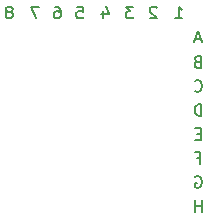
<source format=gbo>
G04 #@! TF.GenerationSoftware,KiCad,Pcbnew,6.0.10-86aedd382b~118~ubuntu22.04.1*
G04 #@! TF.CreationDate,2023-02-01T12:07:48+01:00*
G04 #@! TF.ProjectId,rpcube,72706375-6265-42e6-9b69-6361645f7063,rev?*
G04 #@! TF.SameCoordinates,Original*
G04 #@! TF.FileFunction,Legend,Bot*
G04 #@! TF.FilePolarity,Positive*
%FSLAX46Y46*%
G04 Gerber Fmt 4.6, Leading zero omitted, Abs format (unit mm)*
G04 Created by KiCad (PCBNEW 6.0.10-86aedd382b~118~ubuntu22.04.1) date 2023-02-01 12:07:48*
%MOMM*%
%LPD*%
G01*
G04 APERTURE LIST*
%ADD10C,0.150000*%
%ADD11C,1.000000*%
G04 APERTURE END LIST*
D10*
X85153523Y-58205714D02*
X85153523Y-58872380D01*
X85391619Y-57824761D02*
X85629714Y-58539047D01*
X85010666Y-58539047D01*
X92956095Y-72271000D02*
X93051333Y-72223380D01*
X93194190Y-72223380D01*
X93337047Y-72271000D01*
X93432285Y-72366238D01*
X93479904Y-72461476D01*
X93527523Y-72651952D01*
X93527523Y-72794809D01*
X93479904Y-72985285D01*
X93432285Y-73080523D01*
X93337047Y-73175761D01*
X93194190Y-73223380D01*
X93098952Y-73223380D01*
X92956095Y-73175761D01*
X92908476Y-73128142D01*
X92908476Y-72794809D01*
X93098952Y-72794809D01*
X77311238Y-58300952D02*
X77406476Y-58253333D01*
X77454095Y-58205714D01*
X77501714Y-58110476D01*
X77501714Y-58062857D01*
X77454095Y-57967619D01*
X77406476Y-57920000D01*
X77311238Y-57872380D01*
X77120761Y-57872380D01*
X77025523Y-57920000D01*
X76977904Y-57967619D01*
X76930285Y-58062857D01*
X76930285Y-58110476D01*
X76977904Y-58205714D01*
X77025523Y-58253333D01*
X77120761Y-58300952D01*
X77311238Y-58300952D01*
X77406476Y-58348571D01*
X77454095Y-58396190D01*
X77501714Y-58491428D01*
X77501714Y-58681904D01*
X77454095Y-58777142D01*
X77406476Y-58824761D01*
X77311238Y-58872380D01*
X77120761Y-58872380D01*
X77025523Y-58824761D01*
X76977904Y-58777142D01*
X76930285Y-58681904D01*
X76930285Y-58491428D01*
X76977904Y-58396190D01*
X77025523Y-58348571D01*
X77120761Y-58300952D01*
X82946904Y-57872380D02*
X83423095Y-57872380D01*
X83470714Y-58348571D01*
X83423095Y-58300952D01*
X83327857Y-58253333D01*
X83089761Y-58253333D01*
X82994523Y-58300952D01*
X82946904Y-58348571D01*
X82899285Y-58443809D01*
X82899285Y-58681904D01*
X82946904Y-58777142D01*
X82994523Y-58824761D01*
X83089761Y-58872380D01*
X83327857Y-58872380D01*
X83423095Y-58824761D01*
X83470714Y-58777142D01*
X87709333Y-57872380D02*
X87090285Y-57872380D01*
X87423619Y-58253333D01*
X87280761Y-58253333D01*
X87185523Y-58300952D01*
X87137904Y-58348571D01*
X87090285Y-58443809D01*
X87090285Y-58681904D01*
X87137904Y-58777142D01*
X87185523Y-58824761D01*
X87280761Y-58872380D01*
X87566476Y-58872380D01*
X87661714Y-58824761D01*
X87709333Y-58777142D01*
X91281285Y-58872380D02*
X91852714Y-58872380D01*
X91567000Y-58872380D02*
X91567000Y-57872380D01*
X91662238Y-58015238D01*
X91757476Y-58110476D01*
X91852714Y-58158095D01*
X92908476Y-65000142D02*
X92956095Y-65047761D01*
X93098952Y-65095380D01*
X93194190Y-65095380D01*
X93337047Y-65047761D01*
X93432285Y-64952523D01*
X93479904Y-64857285D01*
X93527523Y-64666809D01*
X93527523Y-64523952D01*
X93479904Y-64333476D01*
X93432285Y-64238238D01*
X93337047Y-64143000D01*
X93194190Y-64095380D01*
X93098952Y-64095380D01*
X92956095Y-64143000D01*
X92908476Y-64190619D01*
X93146571Y-62539571D02*
X93003714Y-62587190D01*
X92956095Y-62634809D01*
X92908476Y-62730047D01*
X92908476Y-62872904D01*
X92956095Y-62968142D01*
X93003714Y-63015761D01*
X93098952Y-63063380D01*
X93479904Y-63063380D01*
X93479904Y-62063380D01*
X93146571Y-62063380D01*
X93051333Y-62111000D01*
X93003714Y-62158619D01*
X92956095Y-62253857D01*
X92956095Y-62349095D01*
X93003714Y-62444333D01*
X93051333Y-62491952D01*
X93146571Y-62539571D01*
X93479904Y-62539571D01*
X93075142Y-70667571D02*
X93408476Y-70667571D01*
X93408476Y-71191380D02*
X93408476Y-70191380D01*
X92932285Y-70191380D01*
X93456095Y-60618666D02*
X92979904Y-60618666D01*
X93551333Y-60904380D02*
X93218000Y-59904380D01*
X92884666Y-60904380D01*
X93479904Y-67127380D02*
X93479904Y-66127380D01*
X93241809Y-66127380D01*
X93098952Y-66175000D01*
X93003714Y-66270238D01*
X92956095Y-66365476D01*
X92908476Y-66555952D01*
X92908476Y-66698809D01*
X92956095Y-66889285D01*
X93003714Y-66984523D01*
X93098952Y-67079761D01*
X93241809Y-67127380D01*
X93479904Y-67127380D01*
X79708333Y-57872380D02*
X79041666Y-57872380D01*
X79470238Y-58872380D01*
X81089523Y-57872380D02*
X81280000Y-57872380D01*
X81375238Y-57920000D01*
X81422857Y-57967619D01*
X81518095Y-58110476D01*
X81565714Y-58300952D01*
X81565714Y-58681904D01*
X81518095Y-58777142D01*
X81470476Y-58824761D01*
X81375238Y-58872380D01*
X81184761Y-58872380D01*
X81089523Y-58824761D01*
X81041904Y-58777142D01*
X80994285Y-58681904D01*
X80994285Y-58443809D01*
X81041904Y-58348571D01*
X81089523Y-58300952D01*
X81184761Y-58253333D01*
X81375238Y-58253333D01*
X81470476Y-58300952D01*
X81518095Y-58348571D01*
X81565714Y-58443809D01*
X93432285Y-68635571D02*
X93098952Y-68635571D01*
X92956095Y-69159380D02*
X93432285Y-69159380D01*
X93432285Y-68159380D01*
X92956095Y-68159380D01*
X89693714Y-57967619D02*
X89646095Y-57920000D01*
X89550857Y-57872380D01*
X89312761Y-57872380D01*
X89217523Y-57920000D01*
X89169904Y-57967619D01*
X89122285Y-58062857D01*
X89122285Y-58158095D01*
X89169904Y-58300952D01*
X89741333Y-58872380D01*
X89122285Y-58872380D01*
X93503714Y-75255380D02*
X93503714Y-74255380D01*
X93503714Y-74731571D02*
X92932285Y-74731571D01*
X92932285Y-75255380D02*
X92932285Y-74255380D01*
%LPC*%
D11*
X77216000Y-60452000D03*
X81280000Y-70612000D03*
X85344000Y-66548000D03*
X89408000Y-60452000D03*
X79248000Y-74676000D03*
X91440000Y-62484000D03*
X77216000Y-66548000D03*
X77216000Y-72644000D03*
X91440000Y-70612000D03*
X87376000Y-66548000D03*
X91440000Y-64516000D03*
X87376000Y-60452000D03*
X83312000Y-68580000D03*
X79248000Y-66548000D03*
X77216000Y-62484000D03*
X77216000Y-74676000D03*
X87376000Y-70612000D03*
X81280000Y-60452000D03*
X77216000Y-70612000D03*
X79248000Y-62484000D03*
X83312000Y-64516000D03*
X83312000Y-62484000D03*
X79248000Y-60452000D03*
X87376000Y-62484000D03*
X87376000Y-64516000D03*
X89408000Y-74676000D03*
X89281000Y-64516000D03*
X87376000Y-72644000D03*
X91440000Y-68580000D03*
X83312000Y-72644000D03*
X83312000Y-74676000D03*
X79248000Y-64516000D03*
X89408000Y-72644000D03*
X81280000Y-68580000D03*
X83312000Y-70612000D03*
X79248000Y-72644000D03*
X85344000Y-68580000D03*
X77216000Y-68580000D03*
X81280000Y-64516000D03*
X83312000Y-66548000D03*
X91440000Y-66548000D03*
X85344000Y-72644000D03*
X77216000Y-64516000D03*
X87376000Y-68580000D03*
X81280000Y-72644000D03*
X81280000Y-62484000D03*
X87376000Y-74676000D03*
X85344000Y-62484000D03*
X83312000Y-60452000D03*
X85344000Y-60452000D03*
X85344000Y-74676000D03*
X91440000Y-72644000D03*
X89408000Y-68580000D03*
X85344000Y-64516000D03*
X79248000Y-70612000D03*
X79248000Y-68580000D03*
X89408000Y-62484000D03*
X81280000Y-66548000D03*
X85344000Y-70612000D03*
X89408000Y-66548000D03*
X91440000Y-74676000D03*
X89408000Y-70612000D03*
X81280000Y-74676000D03*
X91440000Y-60452000D03*
M02*

</source>
